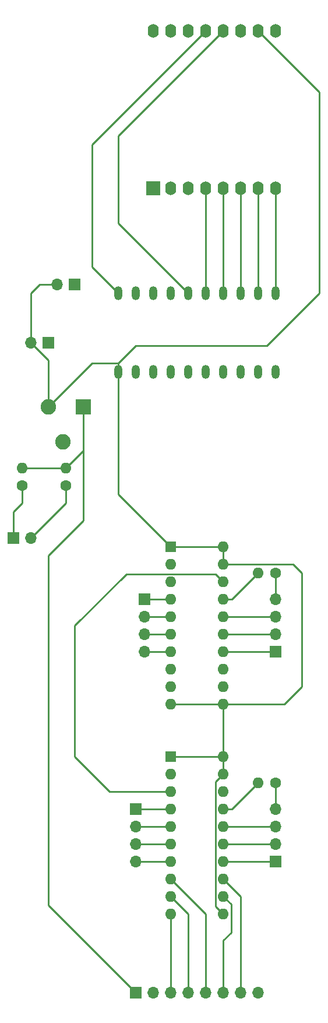
<source format=gbr>
%TF.GenerationSoftware,KiCad,Pcbnew,(5.1.10)-1*%
%TF.CreationDate,2021-11-06T15:15:10-06:00*%
%TF.ProjectId,12v_7-SegmentTriColor_Controller,3132765f-372d-4536-9567-6d656e745472,rev?*%
%TF.SameCoordinates,Original*%
%TF.FileFunction,Copper,L1,Top*%
%TF.FilePolarity,Positive*%
%FSLAX46Y46*%
G04 Gerber Fmt 4.6, Leading zero omitted, Abs format (unit mm)*
G04 Created by KiCad (PCBNEW (5.1.10)-1) date 2021-11-06 15:15:10*
%MOMM*%
%LPD*%
G01*
G04 APERTURE LIST*
%TA.AperFunction,ComponentPad*%
%ADD10O,1.700000X1.700000*%
%TD*%
%TA.AperFunction,ComponentPad*%
%ADD11R,1.700000X1.700000*%
%TD*%
%TA.AperFunction,ComponentPad*%
%ADD12O,1.200000X2.000000*%
%TD*%
%TA.AperFunction,ComponentPad*%
%ADD13O,1.600000X1.600000*%
%TD*%
%TA.AperFunction,ComponentPad*%
%ADD14C,1.600000*%
%TD*%
%TA.AperFunction,ComponentPad*%
%ADD15C,2.250000*%
%TD*%
%TA.AperFunction,ComponentPad*%
%ADD16R,2.250000X2.250000*%
%TD*%
%TA.AperFunction,ComponentPad*%
%ADD17R,1.600000X1.600000*%
%TD*%
%TA.AperFunction,ComponentPad*%
%ADD18O,1.600000X2.000000*%
%TD*%
%TA.AperFunction,ComponentPad*%
%ADD19R,2.000000X2.000000*%
%TD*%
%TA.AperFunction,Conductor*%
%ADD20C,0.250000*%
%TD*%
G04 APERTURE END LIST*
D10*
%TO.P,UBEC_Buck_12v1,2*%
%TO.N,Net-(12v_0-Pad2)*%
X107950000Y-73230000D03*
D11*
%TO.P,UBEC_Buck_12v1,1*%
%TO.N,Net-(12v_0-Pad1)*%
X110490000Y-73230000D03*
%TD*%
D10*
%TO.P,UBEC_Buck5v1,2*%
%TO.N,Net-(12v_0-Pad2)*%
X111760000Y-64770000D03*
D11*
%TO.P,UBEC_Buck5v1,1*%
%TO.N,Net-(ESP8266_0-Pad9)*%
X114300000Y-64770000D03*
%TD*%
D12*
%TO.P,LevelShifter0,10*%
%TO.N,Net-(ESP8266_0-Pad13)*%
X120650000Y-66040000D03*
%TO.P,LevelShifter0,11*%
%TO.N,Net-(12v_0-Pad2)*%
X120650000Y-77470000D03*
%TO.P,LevelShifter0,9*%
%TO.N,Net-(LevelShifter0-Pad9)*%
X123190000Y-66040000D03*
%TO.P,LevelShifter0,12*%
%TO.N,Net-(LevelShifter0-Pad12)*%
X123190000Y-77470000D03*
%TO.P,LevelShifter0,8*%
%TO.N,Net-(LevelShifter0-Pad8)*%
X125730000Y-66040000D03*
%TO.P,LevelShifter0,13*%
%TO.N,Net-(LevelShifter0-Pad13)*%
X125730000Y-77470000D03*
%TO.P,LevelShifter0,7*%
%TO.N,Net-(LevelShifter0-Pad7)*%
X128270000Y-66040000D03*
%TO.P,LevelShifter0,14*%
%TO.N,Net-(LevelShifter0-Pad14)*%
X128270000Y-77470000D03*
%TO.P,LevelShifter0,6*%
%TO.N,Net-(ESP8266_0-Pad12)*%
X130810000Y-66040000D03*
%TO.P,LevelShifter0,15*%
%TO.N,Net-(LevelShifter0-Pad15)*%
X130810000Y-77470000D03*
%TO.P,LevelShifter0,5*%
%TO.N,Net-(ESP8266_0-Pad4)*%
X133350000Y-66040000D03*
%TO.P,LevelShifter0,16*%
%TO.N,Net-(ExtensionPins0-Pad5)*%
X133350000Y-77470000D03*
%TO.P,LevelShifter0,4*%
%TO.N,Net-(ESP8266_0-Pad5)*%
X135890000Y-66040000D03*
%TO.P,LevelShifter0,17*%
%TO.N,Net-(ExtensionPins0-Pad4)*%
X135890000Y-77470000D03*
%TO.P,LevelShifter0,3*%
%TO.N,Net-(ESP8266_0-Pad6)*%
X138430000Y-66040000D03*
%TO.P,LevelShifter0,18*%
%TO.N,Net-(ExtensionPins0-Pad6)*%
X138430000Y-77470000D03*
%TO.P,LevelShifter0,1*%
%TO.N,Net-(ESP8266_0-Pad7)*%
X140970000Y-66040000D03*
%TO.P,LevelShifter0,20*%
%TO.N,Net-(ExtensionPins0-Pad7)*%
X140970000Y-77470000D03*
%TO.P,LevelShifter0,2*%
%TO.N,Net-(ESP8266_0-Pad8)*%
X143510000Y-66040000D03*
%TO.P,LevelShifter0,19*%
%TO.N,Net-(ESP8266_0-Pad9)*%
X143510000Y-77470000D03*
%TD*%
D10*
%TO.P,12v_To-7-Segment0,2*%
%TO.N,Net-(12v_To-7-Segment0-Pad2)*%
X107950000Y-101600000D03*
D11*
%TO.P,12v_To-7-Segment0,1*%
%TO.N,Net-(12v_To-7-Segment0-Pad1)*%
X105410000Y-101600000D03*
%TD*%
D13*
%TO.P,Res1,2*%
%TO.N,Net-(12v_0-Pad1)*%
X106680000Y-91440000D03*
D14*
%TO.P,Res1,1*%
%TO.N,Net-(12v_To-7-Segment0-Pad1)*%
X106680000Y-93980000D03*
%TD*%
D15*
%TO.P,12v_0,3*%
%TO.N,N/C*%
X112570000Y-87630000D03*
%TO.P,12v_0,2*%
%TO.N,Net-(12v_0-Pad2)*%
X110490000Y-82550000D03*
D16*
%TO.P,12v_0,1*%
%TO.N,Net-(12v_0-Pad1)*%
X115570000Y-82550000D03*
%TD*%
D10*
%TO.P,To_7-Segment_Red1,4*%
%TO.N,Net-(Res2-Pad1)*%
X143510000Y-110490000D03*
%TO.P,To_7-Segment_Red1,3*%
%TO.N,Net-(ShiftRegister0-Pad16)*%
X143510000Y-113030000D03*
%TO.P,To_7-Segment_Red1,2*%
%TO.N,Net-(ShiftRegister0-Pad15)*%
X143510000Y-115570000D03*
D11*
%TO.P,To_7-Segment_Red1,1*%
%TO.N,Net-(ShiftRegister0-Pad14)*%
X143510000Y-118110000D03*
%TD*%
D10*
%TO.P,To_7-Segment_Red0,4*%
%TO.N,Net-(ShiftRegister0-Pad7)*%
X124460000Y-118110000D03*
%TO.P,To_7-Segment_Red0,3*%
%TO.N,Net-(ShiftRegister0-Pad6)*%
X124460000Y-115570000D03*
%TO.P,To_7-Segment_Red0,2*%
%TO.N,Net-(ShiftRegister0-Pad5)*%
X124460000Y-113030000D03*
D11*
%TO.P,To_7-Segment_Red0,1*%
%TO.N,Net-(ShiftRegister0-Pad4)*%
X124460000Y-110490000D03*
%TD*%
D10*
%TO.P,To_7-Segment_Green1,4*%
%TO.N,Net-(Res3-Pad1)*%
X143510000Y-140970000D03*
%TO.P,To_7-Segment_Green1,3*%
%TO.N,Net-(ShiftRegister1-Pad16)*%
X143510000Y-143510000D03*
%TO.P,To_7-Segment_Green1,2*%
%TO.N,Net-(ShiftRegister1-Pad15)*%
X143510000Y-146050000D03*
D11*
%TO.P,To_7-Segment_Green1,1*%
%TO.N,Net-(ShiftRegister1-Pad14)*%
X143510000Y-148590000D03*
%TD*%
D10*
%TO.P,To_7-Segment_Green0,4*%
%TO.N,Net-(ShiftRegister1-Pad7)*%
X123190000Y-148590000D03*
%TO.P,To_7-Segment_Green0,3*%
%TO.N,Net-(ShiftRegister1-Pad6)*%
X123190000Y-146050000D03*
%TO.P,To_7-Segment_Green0,2*%
%TO.N,Net-(ShiftRegister1-Pad5)*%
X123190000Y-143510000D03*
D11*
%TO.P,To_7-Segment_Green0,1*%
%TO.N,Net-(ShiftRegister1-Pad4)*%
X123190000Y-140970000D03*
%TD*%
D13*
%TO.P,ShiftRegister1,20*%
%TO.N,Net-(12v_0-Pad2)*%
X135890000Y-133350000D03*
%TO.P,ShiftRegister1,10*%
X128270000Y-156210000D03*
%TO.P,ShiftRegister1,19*%
X135890000Y-135890000D03*
%TO.P,ShiftRegister1,9*%
%TO.N,Net-(ExtensionPins0-Pad4)*%
X128270000Y-153670000D03*
%TO.P,ShiftRegister1,18*%
%TO.N,Net-(ExtensionPins0-Pad8)*%
X135890000Y-138430000D03*
%TO.P,ShiftRegister1,8*%
%TO.N,Net-(ExtensionPins0-Pad5)*%
X128270000Y-151130000D03*
%TO.P,ShiftRegister1,17*%
%TO.N,Net-(Res3-Pad2)*%
X135890000Y-140970000D03*
%TO.P,ShiftRegister1,7*%
%TO.N,Net-(ShiftRegister1-Pad7)*%
X128270000Y-148590000D03*
%TO.P,ShiftRegister1,16*%
%TO.N,Net-(ShiftRegister1-Pad16)*%
X135890000Y-143510000D03*
%TO.P,ShiftRegister1,6*%
%TO.N,Net-(ShiftRegister1-Pad6)*%
X128270000Y-146050000D03*
%TO.P,ShiftRegister1,15*%
%TO.N,Net-(ShiftRegister1-Pad15)*%
X135890000Y-146050000D03*
%TO.P,ShiftRegister1,5*%
%TO.N,Net-(ShiftRegister1-Pad5)*%
X128270000Y-143510000D03*
%TO.P,ShiftRegister1,14*%
%TO.N,Net-(ShiftRegister1-Pad14)*%
X135890000Y-148590000D03*
%TO.P,ShiftRegister1,4*%
%TO.N,Net-(ShiftRegister1-Pad4)*%
X128270000Y-140970000D03*
%TO.P,ShiftRegister1,13*%
%TO.N,Net-(ExtensionPins0-Pad7)*%
X135890000Y-151130000D03*
%TO.P,ShiftRegister1,3*%
%TO.N,Net-(ShiftRegister0-Pad18)*%
X128270000Y-138430000D03*
%TO.P,ShiftRegister1,12*%
%TO.N,Net-(ExtensionPins0-Pad6)*%
X135890000Y-153670000D03*
%TO.P,ShiftRegister1,2*%
%TO.N,Net-(ESP8266_0-Pad9)*%
X128270000Y-135890000D03*
%TO.P,ShiftRegister1,11*%
%TO.N,Net-(12v_0-Pad2)*%
X135890000Y-156210000D03*
D17*
%TO.P,ShiftRegister1,1*%
X128270000Y-133350000D03*
%TD*%
D13*
%TO.P,ShiftRegister0,20*%
%TO.N,Net-(12v_0-Pad2)*%
X135890000Y-102870000D03*
%TO.P,ShiftRegister0,10*%
X128270000Y-125730000D03*
%TO.P,ShiftRegister0,19*%
X135890000Y-105410000D03*
%TO.P,ShiftRegister0,9*%
%TO.N,Net-(ExtensionPins0-Pad4)*%
X128270000Y-123190000D03*
%TO.P,ShiftRegister0,18*%
%TO.N,Net-(ShiftRegister0-Pad18)*%
X135890000Y-107950000D03*
%TO.P,ShiftRegister0,8*%
%TO.N,Net-(ExtensionPins0-Pad5)*%
X128270000Y-120650000D03*
%TO.P,ShiftRegister0,17*%
%TO.N,Net-(Res2-Pad2)*%
X135890000Y-110490000D03*
%TO.P,ShiftRegister0,7*%
%TO.N,Net-(ShiftRegister0-Pad7)*%
X128270000Y-118110000D03*
%TO.P,ShiftRegister0,16*%
%TO.N,Net-(ShiftRegister0-Pad16)*%
X135890000Y-113030000D03*
%TO.P,ShiftRegister0,6*%
%TO.N,Net-(ShiftRegister0-Pad6)*%
X128270000Y-115570000D03*
%TO.P,ShiftRegister0,15*%
%TO.N,Net-(ShiftRegister0-Pad15)*%
X135890000Y-115570000D03*
%TO.P,ShiftRegister0,5*%
%TO.N,Net-(ShiftRegister0-Pad5)*%
X128270000Y-113030000D03*
%TO.P,ShiftRegister0,14*%
%TO.N,Net-(ShiftRegister0-Pad14)*%
X135890000Y-118110000D03*
%TO.P,ShiftRegister0,4*%
%TO.N,Net-(ShiftRegister0-Pad4)*%
X128270000Y-110490000D03*
%TO.P,ShiftRegister0,13*%
%TO.N,Net-(ExtensionPins0-Pad7)*%
X135890000Y-120650000D03*
%TO.P,ShiftRegister0,3*%
%TO.N,Net-(LevelShifter0-Pad15)*%
X128270000Y-107950000D03*
%TO.P,ShiftRegister0,12*%
%TO.N,Net-(ExtensionPins0-Pad6)*%
X135890000Y-123190000D03*
%TO.P,ShiftRegister0,2*%
%TO.N,Net-(ESP8266_0-Pad9)*%
X128270000Y-105410000D03*
%TO.P,ShiftRegister0,11*%
%TO.N,Net-(12v_0-Pad2)*%
X135890000Y-125730000D03*
D17*
%TO.P,ShiftRegister0,1*%
X128270000Y-102870000D03*
%TD*%
D13*
%TO.P,Res3,2*%
%TO.N,Net-(Res3-Pad2)*%
X140970000Y-137160000D03*
D14*
%TO.P,Res3,1*%
%TO.N,Net-(Res3-Pad1)*%
X143510000Y-137160000D03*
%TD*%
D13*
%TO.P,Res2,2*%
%TO.N,Net-(Res2-Pad2)*%
X140970000Y-106680000D03*
D14*
%TO.P,Res2,1*%
%TO.N,Net-(Res2-Pad1)*%
X143510000Y-106680000D03*
%TD*%
D13*
%TO.P,Res0,2*%
%TO.N,Net-(12v_0-Pad1)*%
X113030000Y-91440000D03*
D14*
%TO.P,Res0,1*%
%TO.N,Net-(12v_To-7-Segment0-Pad2)*%
X113030000Y-93980000D03*
%TD*%
D10*
%TO.P,ExtensionPins0,8*%
%TO.N,Net-(ExtensionPins0-Pad8)*%
X140970000Y-167640000D03*
%TO.P,ExtensionPins0,7*%
%TO.N,Net-(ExtensionPins0-Pad7)*%
X138430000Y-167640000D03*
%TO.P,ExtensionPins0,6*%
%TO.N,Net-(ExtensionPins0-Pad6)*%
X135890000Y-167640000D03*
%TO.P,ExtensionPins0,5*%
%TO.N,Net-(ExtensionPins0-Pad5)*%
X133350000Y-167640000D03*
%TO.P,ExtensionPins0,4*%
%TO.N,Net-(ExtensionPins0-Pad4)*%
X130810000Y-167640000D03*
%TO.P,ExtensionPins0,3*%
%TO.N,Net-(12v_0-Pad2)*%
X128270000Y-167640000D03*
%TO.P,ExtensionPins0,2*%
%TO.N,Net-(ESP8266_0-Pad9)*%
X125730000Y-167640000D03*
D11*
%TO.P,ExtensionPins0,1*%
%TO.N,Net-(12v_0-Pad1)*%
X123190000Y-167640000D03*
%TD*%
D18*
%TO.P,ESP8266_0,16*%
%TO.N,Net-(ESP8266_0-Pad16)*%
X125730000Y-27940000D03*
%TO.P,ESP8266_0,15*%
%TO.N,Net-(ESP8266_0-Pad15)*%
X128270000Y-27940000D03*
%TO.P,ESP8266_0,14*%
%TO.N,Net-(ESP8266_0-Pad14)*%
X130810000Y-27940000D03*
%TO.P,ESP8266_0,13*%
%TO.N,Net-(ESP8266_0-Pad13)*%
X133350000Y-27940000D03*
%TO.P,ESP8266_0,12*%
%TO.N,Net-(ESP8266_0-Pad12)*%
X135890000Y-27940000D03*
%TO.P,ESP8266_0,11*%
%TO.N,Net-(ESP8266_0-Pad11)*%
X138430000Y-27940000D03*
%TO.P,ESP8266_0,10*%
%TO.N,Net-(12v_0-Pad2)*%
X140970000Y-27940000D03*
%TO.P,ESP8266_0,9*%
%TO.N,Net-(ESP8266_0-Pad9)*%
X143510000Y-27940000D03*
%TO.P,ESP8266_0,8*%
%TO.N,Net-(ESP8266_0-Pad8)*%
X143510000Y-50800000D03*
%TO.P,ESP8266_0,7*%
%TO.N,Net-(ESP8266_0-Pad7)*%
X140970000Y-50800000D03*
%TO.P,ESP8266_0,6*%
%TO.N,Net-(ESP8266_0-Pad6)*%
X138430000Y-50800000D03*
%TO.P,ESP8266_0,5*%
%TO.N,Net-(ESP8266_0-Pad5)*%
X135890000Y-50800000D03*
%TO.P,ESP8266_0,4*%
%TO.N,Net-(ESP8266_0-Pad4)*%
X133350000Y-50800000D03*
%TO.P,ESP8266_0,3*%
%TO.N,Net-(ESP8266_0-Pad3)*%
X130810000Y-50800000D03*
D19*
%TO.P,ESP8266_0,1*%
%TO.N,Net-(ESP8266_0-Pad1)*%
X125730000Y-50800000D03*
D18*
%TO.P,ESP8266_0,2*%
%TO.N,Net-(ESP8266_0-Pad2)*%
X128270000Y-50800000D03*
%TD*%
D20*
%TO.N,Net-(Res2-Pad2)*%
X137160000Y-110490000D02*
X140970000Y-106680000D01*
X135890000Y-110490000D02*
X137160000Y-110490000D01*
%TO.N,Net-(Res2-Pad1)*%
X143510000Y-106680000D02*
X143510000Y-110490000D01*
%TO.N,Net-(ShiftRegister1-Pad7)*%
X123190000Y-148590000D02*
X128270000Y-148590000D01*
%TO.N,Net-(ShiftRegister1-Pad16)*%
X135890000Y-143510000D02*
X143510000Y-143510000D01*
%TO.N,Net-(ShiftRegister1-Pad6)*%
X123190000Y-146050000D02*
X128270000Y-146050000D01*
%TO.N,Net-(ShiftRegister1-Pad15)*%
X135890000Y-146050000D02*
X143510000Y-146050000D01*
%TO.N,Net-(ShiftRegister1-Pad5)*%
X123190000Y-143510000D02*
X128270000Y-143510000D01*
%TO.N,Net-(ShiftRegister1-Pad14)*%
X135890000Y-148590000D02*
X143510000Y-148590000D01*
%TO.N,Net-(ShiftRegister1-Pad4)*%
X123190000Y-140970000D02*
X128270000Y-140970000D01*
%TO.N,Net-(12v_0-Pad2)*%
X120650000Y-95250000D02*
X128270000Y-102870000D01*
X120650000Y-76200000D02*
X120650000Y-95250000D01*
X128270000Y-102870000D02*
X135890000Y-102870000D01*
X135890000Y-102870000D02*
X135890000Y-105410000D01*
X128270000Y-156210000D02*
X128270000Y-167640000D01*
X128270000Y-125730000D02*
X135890000Y-125730000D01*
X128270000Y-133350000D02*
X135890000Y-133350000D01*
X135890000Y-133350000D02*
X135890000Y-135890000D01*
X134764999Y-155084999D02*
X135890000Y-156210000D01*
X134764999Y-137015001D02*
X134764999Y-155084999D01*
X135890000Y-135890000D02*
X134764999Y-137015001D01*
X144780000Y-125730000D02*
X135890000Y-125730000D01*
X147320000Y-123190000D02*
X144780000Y-125730000D01*
X147320000Y-106680000D02*
X147320000Y-123190000D01*
X146050000Y-105410000D02*
X147320000Y-106680000D01*
X135890000Y-105410000D02*
X146050000Y-105410000D01*
X135890000Y-125730000D02*
X135890000Y-133350000D01*
X123190000Y-73660000D02*
X120650000Y-76200000D01*
X142240000Y-73660000D02*
X123190000Y-73660000D01*
X140970000Y-27940000D02*
X149860000Y-36830000D01*
X149860000Y-36830000D02*
X149860000Y-64770000D01*
X149860000Y-64770000D02*
X149860000Y-66040000D01*
X149860000Y-66040000D02*
X142240000Y-73660000D01*
X116840000Y-76200000D02*
X110490000Y-82550000D01*
X120650000Y-76200000D02*
X116840000Y-76200000D01*
X109220000Y-64770000D02*
X111760000Y-64770000D01*
X107950000Y-66040000D02*
X109220000Y-64770000D01*
X110490000Y-75770000D02*
X107950000Y-73230000D01*
X110490000Y-82550000D02*
X110490000Y-75770000D01*
X107950000Y-73230000D02*
X107950000Y-66040000D01*
%TO.N,Net-(12v_0-Pad1)*%
X115570000Y-82550000D02*
X115570000Y-88900000D01*
X115570000Y-88900000D02*
X113030000Y-91440000D01*
X110490000Y-154940000D02*
X123190000Y-167640000D01*
X110490000Y-104140000D02*
X110490000Y-154940000D01*
X115570000Y-99060000D02*
X110490000Y-104140000D01*
X115570000Y-88900000D02*
X115570000Y-99060000D01*
X113030000Y-91440000D02*
X106680000Y-91440000D01*
%TO.N,Net-(ESP8266_0-Pad13)*%
X116840000Y-44450000D02*
X133350000Y-27940000D01*
X116840000Y-62230000D02*
X116840000Y-44450000D01*
X120650000Y-66040000D02*
X116840000Y-62230000D01*
%TO.N,Net-(ESP8266_0-Pad12)*%
X120650000Y-43180000D02*
X135890000Y-27940000D01*
X120650000Y-55880000D02*
X120650000Y-43180000D01*
X130810000Y-66040000D02*
X120650000Y-55880000D01*
%TO.N,Net-(ESP8266_0-Pad8)*%
X143510000Y-50800000D02*
X143510000Y-66040000D01*
%TO.N,Net-(ESP8266_0-Pad7)*%
X140970000Y-50800000D02*
X140970000Y-66040000D01*
%TO.N,Net-(ESP8266_0-Pad6)*%
X138430000Y-50800000D02*
X138430000Y-66040000D01*
%TO.N,Net-(ESP8266_0-Pad5)*%
X135890000Y-50800000D02*
X135890000Y-66040000D01*
%TO.N,Net-(ESP8266_0-Pad4)*%
X133350000Y-50800000D02*
X133350000Y-66040000D01*
%TO.N,Net-(ExtensionPins0-Pad7)*%
X138430000Y-153670000D02*
X138430000Y-167640000D01*
X135890000Y-151130000D02*
X138430000Y-153670000D01*
%TO.N,Net-(ExtensionPins0-Pad6)*%
X137015001Y-154795001D02*
X137015001Y-158894999D01*
X135890000Y-153670000D02*
X137015001Y-154795001D01*
X135890000Y-160020000D02*
X135890000Y-167640000D01*
X137015001Y-158894999D02*
X135890000Y-160020000D01*
%TO.N,Net-(ExtensionPins0-Pad5)*%
X133350000Y-156210000D02*
X133350000Y-167640000D01*
X128270000Y-151130000D02*
X133350000Y-156210000D01*
%TO.N,Net-(ExtensionPins0-Pad4)*%
X130810000Y-156210000D02*
X130810000Y-167640000D01*
X128270000Y-153670000D02*
X130810000Y-156210000D01*
%TO.N,Net-(ShiftRegister0-Pad18)*%
X134764999Y-106824999D02*
X121775001Y-106824999D01*
X135890000Y-107950000D02*
X134764999Y-106824999D01*
X121775001Y-106824999D02*
X114300000Y-114300000D01*
X114300000Y-114300000D02*
X114300000Y-133350000D01*
X119380000Y-138430000D02*
X128270000Y-138430000D01*
X114300000Y-133350000D02*
X119380000Y-138430000D01*
%TO.N,Net-(ShiftRegister0-Pad7)*%
X128270000Y-118110000D02*
X124460000Y-118110000D01*
%TO.N,Net-(ShiftRegister0-Pad16)*%
X135890000Y-113030000D02*
X143510000Y-113030000D01*
%TO.N,Net-(ShiftRegister0-Pad6)*%
X128270000Y-115570000D02*
X124460000Y-115570000D01*
%TO.N,Net-(ShiftRegister0-Pad15)*%
X135890000Y-115570000D02*
X143510000Y-115570000D01*
%TO.N,Net-(ShiftRegister0-Pad5)*%
X128270000Y-113030000D02*
X124460000Y-113030000D01*
%TO.N,Net-(ShiftRegister0-Pad14)*%
X135890000Y-118110000D02*
X143510000Y-118110000D01*
%TO.N,Net-(ShiftRegister0-Pad4)*%
X128270000Y-110490000D02*
X124460000Y-110490000D01*
%TO.N,Net-(Res3-Pad2)*%
X137160000Y-140970000D02*
X140970000Y-137160000D01*
X135890000Y-140970000D02*
X137160000Y-140970000D01*
%TO.N,Net-(Res3-Pad1)*%
X143510000Y-137160000D02*
X143510000Y-140970000D01*
%TO.N,Net-(12v_To-7-Segment0-Pad2)*%
X113030000Y-96520000D02*
X107950000Y-101600000D01*
X113030000Y-93980000D02*
X113030000Y-96520000D01*
%TO.N,Net-(12v_To-7-Segment0-Pad1)*%
X106680000Y-93980000D02*
X106680000Y-96520000D01*
X106680000Y-96520000D02*
X105410000Y-97790000D01*
X105410000Y-97790000D02*
X105410000Y-101600000D01*
%TD*%
M02*

</source>
